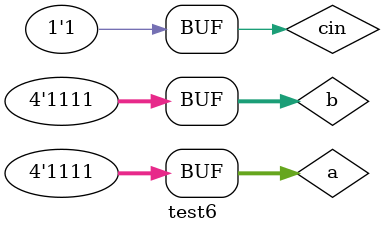
<source format=v>
`timescale 1ns / 1ps


module test6;

	// Inputs
	reg [3:0] a;
	reg [3:0] b;
	reg cin;

	// Outputs
	wire [4:0] sum;

	// Instantiate the Unit Under Test (UUT)
	cla uut (
		.sum(sum), 
		.a(a), 
		.b(b), 
		.cin(cin)
	);

	initial begin
	$monitor ("\n\ta = %b [%d],  b = %b [%d],  cin = %b,  sum = %b [%d]",a,a,b,b,cin,sum,sum);
		// Initialize Inputs
		a = 4'b0000;
		b = 4'b0000;
		cin = 0;

		// Wait 100 ns for global reset to finish
		#100;
		
		a = 4'b0110;
		b = 4'b1100;
		cin = 1;
		
		#100;
		
		a = 4'b1101;
		b = 4'b0011;
		cin = 0;
		
		#100;
		
		a = 4'b1111;
		b = 4'b1111;
		cin = 1;
	end
      
endmodule


</source>
